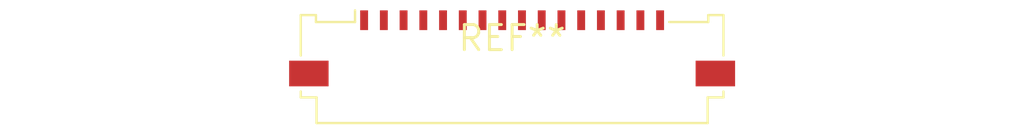
<source format=kicad_pcb>
(kicad_pcb (version 20240108) (generator pcbnew)
  (layers (0 "F.Cu" signal) (31 "B.Cu" signal) (34 "B.Paste" user) (35 "F.Paste" user) (36 "B.SilkS" user "B.Silkscreen") (37 "F.SilkS" user "F.Silkscreen") (38 "B.Mask" user) (39 "F.Mask" user) (44 "Edge.Cuts" user))
  (net 0 "")
  (footprint "Molex_200528-0160_1x16-1MP_P1.00mm_Horizontal" (layer "F.Cu") (at 0 0)
    (property "Reference" "REF**")
    (property "Value" "Molex_200528-0160_1x16-1MP_P1.00mm_Horizontal")
    (fp_line (start -10.71 -1.17) (end -10.71 0.88) (layer "F.SilkS") (stroke (width 0.12)))
    (fp_line (start -10.71 2.7) (end -10.71 3) (layer "F.SilkS") (stroke (width 0.12)))
    (fp_line (start -10.71 3) (end -9.91 3) (layer "F.SilkS") (stroke (width 0.12)))
    (fp_line (start -9.94 -1.17) (end -10.71 -1.17) (layer "F.SilkS") (stroke (width 0.12)))
    (fp_line (start -9.94 -0.82) (end -9.94 -1.17) (layer "F.SilkS") (stroke (width 0.12)))
    (fp_line (start -9.91 3) (end -9.91 4.3) (layer "F.SilkS") (stroke (width 0.12)))
    (fp_line (start -9.91 4.3) (end 9.91 4.3) (layer "F.SilkS") (stroke (width 0.12)))
    (fp_line (start -7.96 -1.41) (end -7.96 -0.82) (layer "F.SilkS") (stroke (width 0.12)))
    (fp_line (start -7.96 -0.82) (end -9.94 -0.82) (layer "F.SilkS") (stroke (width 0.12)))
    (fp_line (start 9.91 3) (end 10.71 3) (layer "F.SilkS") (stroke (width 0.12)))
    (fp_line (start 9.91 4.3) (end 9.91 3) (layer "F.SilkS") (stroke (width 0.12)))
    (fp_line (start 9.94 -1.17) (end 9.94 -0.82) (layer "F.SilkS") (stroke (width 0.12)))
    (fp_line (start 9.94 -0.82) (end 7.96 -0.82) (layer "F.SilkS") (stroke (width 0.12)))
    (fp_line (start 10.71 -1.17) (end 9.94 -1.17) (layer "F.SilkS") (stroke (width 0.12)))
    (fp_line (start 10.71 0.88) (end 10.71 -1.17) (layer "F.SilkS") (stroke (width 0.12)))
    (fp_line (start 10.71 3) (end 10.71 2.7) (layer "F.SilkS") (stroke (width 0.12)))
    (pad "1" smd rect (at -7.5 -0.91) (size 0.4 1) (layers "F.Cu" "F.Paste" "F.Mask"))
    (pad "2" smd rect (at -6.5 -0.91) (size 0.4 1) (layers "F.Cu" "F.Paste" "F.Mask"))
    (pad "3" smd rect (at -5.5 -0.91) (size 0.4 1) (layers "F.Cu" "F.Paste" "F.Mask"))
    (pad "4" smd rect (at -4.5 -0.91) (size 0.4 1) (layers "F.Cu" "F.Paste" "F.Mask"))
    (pad "5" smd rect (at -3.5 -0.91) (size 0.4 1) (layers "F.Cu" "F.Paste" "F.Mask"))
    (pad "6" smd rect (at -2.5 -0.91) (size 0.4 1) (layers "F.Cu" "F.Paste" "F.Mask"))
    (pad "7" smd rect (at -1.5 -0.91) (size 0.4 1) (layers "F.Cu" "F.Paste" "F.Mask"))
    (pad "8" smd rect (at -0.5 -0.91) (size 0.4 1) (layers "F.Cu" "F.Paste" "F.Mask"))
    (pad "9" smd rect (at 0.5 -0.91) (size 0.4 1) (layers "F.Cu" "F.Paste" "F.Mask"))
    (pad "10" smd rect (at 1.5 -0.91) (size 0.4 1) (layers "F.Cu" "F.Paste" "F.Mask"))
    (pad "11" smd rect (at 2.5 -0.91) (size 0.4 1) (layers "F.Cu" "F.Paste" "F.Mask"))
    (pad "12" smd rect (at 3.5 -0.91) (size 0.4 1) (layers "F.Cu" "F.Paste" "F.Mask"))
    (pad "13" smd rect (at 4.5 -0.91) (size 0.4 1) (layers "F.Cu" "F.Paste" "F.Mask"))
    (pad "14" smd rect (at 5.5 -0.91) (size 0.4 1) (layers "F.Cu" "F.Paste" "F.Mask"))
    (pad "15" smd rect (at 6.5 -0.91) (size 0.4 1) (layers "F.Cu" "F.Paste" "F.Mask"))
    (pad "16" smd rect (at 7.5 -0.91) (size 0.4 1) (layers "F.Cu" "F.Paste" "F.Mask"))
    (pad "MP" smd rect (at -10.3 1.79) (size 2 1.3) (layers "F.Cu" "F.Paste" "F.Mask"))
    (pad "MP" smd rect (at 10.3 1.79) (size 2 1.3) (layers "F.Cu" "F.Paste" "F.Mask"))
  )
)
</source>
